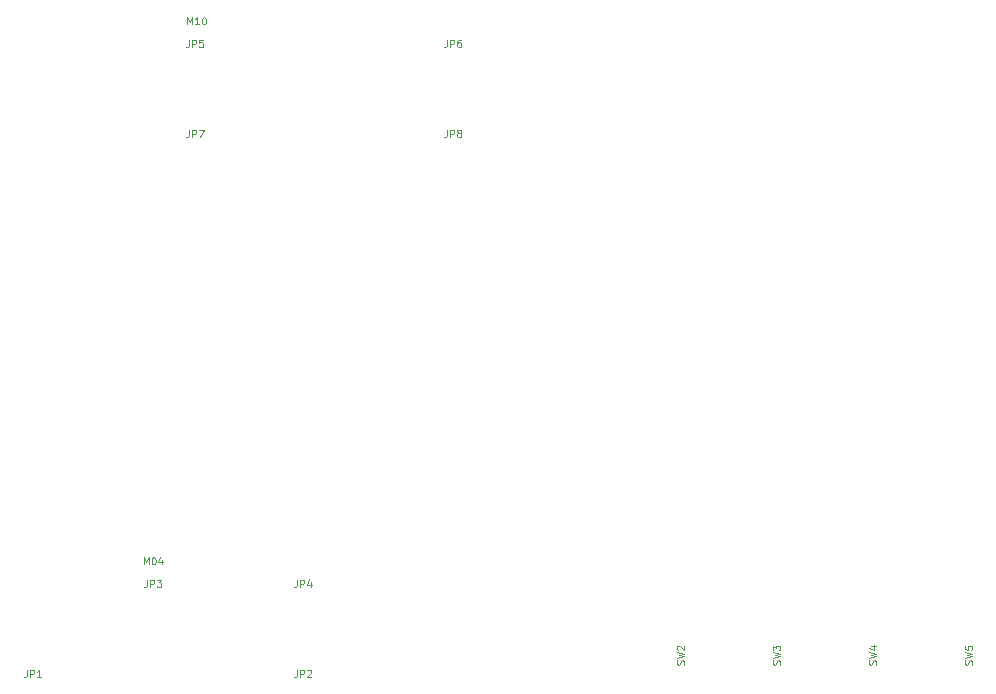
<source format=gbr>
G04 #@! TF.FileFunction,Other,ECO1*
%FSLAX46Y46*%
G04 Gerber Fmt 4.6, Leading zero omitted, Abs format (unit mm)*
G04 Created by KiCad (PCBNEW 4.0.6) date Tuesday 10. October 2017 13:08:52*
%MOMM*%
%LPD*%
G01*
G04 APERTURE LIST*
%ADD10C,0.100000*%
G04 APERTURE END LIST*
D10*
X168156000Y-73331429D02*
X168156000Y-73760000D01*
X168127428Y-73845714D01*
X168070285Y-73902857D01*
X167984571Y-73931429D01*
X167927428Y-73931429D01*
X168441714Y-73931429D02*
X168441714Y-73331429D01*
X168670286Y-73331429D01*
X168727428Y-73360000D01*
X168756000Y-73388571D01*
X168784571Y-73445714D01*
X168784571Y-73531429D01*
X168756000Y-73588571D01*
X168727428Y-73617143D01*
X168670286Y-73645714D01*
X168441714Y-73645714D01*
X169327428Y-73331429D02*
X169041714Y-73331429D01*
X169013143Y-73617143D01*
X169041714Y-73588571D01*
X169098857Y-73560000D01*
X169241714Y-73560000D01*
X169298857Y-73588571D01*
X169327428Y-73617143D01*
X169356000Y-73674286D01*
X169356000Y-73817143D01*
X169327428Y-73874286D01*
X169298857Y-73902857D01*
X169241714Y-73931429D01*
X169098857Y-73931429D01*
X169041714Y-73902857D01*
X169013143Y-73874286D01*
X168011571Y-72026429D02*
X168011571Y-71426429D01*
X168211571Y-71855000D01*
X168411571Y-71426429D01*
X168411571Y-72026429D01*
X169011571Y-72026429D02*
X168668714Y-72026429D01*
X168840142Y-72026429D02*
X168840142Y-71426429D01*
X168782999Y-71512143D01*
X168725857Y-71569286D01*
X168668714Y-71597857D01*
X169383000Y-71426429D02*
X169440143Y-71426429D01*
X169497286Y-71455000D01*
X169525857Y-71483571D01*
X169554428Y-71540714D01*
X169583000Y-71655000D01*
X169583000Y-71797857D01*
X169554428Y-71912143D01*
X169525857Y-71969286D01*
X169497286Y-71997857D01*
X169440143Y-72026429D01*
X169383000Y-72026429D01*
X169325857Y-71997857D01*
X169297286Y-71969286D01*
X169268714Y-71912143D01*
X169240143Y-71797857D01*
X169240143Y-71655000D01*
X169268714Y-71540714D01*
X169297286Y-71483571D01*
X169325857Y-71455000D01*
X169383000Y-71426429D01*
X154440000Y-126671429D02*
X154440000Y-127100000D01*
X154411428Y-127185714D01*
X154354285Y-127242857D01*
X154268571Y-127271429D01*
X154211428Y-127271429D01*
X154725714Y-127271429D02*
X154725714Y-126671429D01*
X154954286Y-126671429D01*
X155011428Y-126700000D01*
X155040000Y-126728571D01*
X155068571Y-126785714D01*
X155068571Y-126871429D01*
X155040000Y-126928571D01*
X155011428Y-126957143D01*
X154954286Y-126985714D01*
X154725714Y-126985714D01*
X155640000Y-127271429D02*
X155297143Y-127271429D01*
X155468571Y-127271429D02*
X155468571Y-126671429D01*
X155411428Y-126757143D01*
X155354286Y-126814286D01*
X155297143Y-126842857D01*
X190000000Y-73331429D02*
X190000000Y-73760000D01*
X189971428Y-73845714D01*
X189914285Y-73902857D01*
X189828571Y-73931429D01*
X189771428Y-73931429D01*
X190285714Y-73931429D02*
X190285714Y-73331429D01*
X190514286Y-73331429D01*
X190571428Y-73360000D01*
X190600000Y-73388571D01*
X190628571Y-73445714D01*
X190628571Y-73531429D01*
X190600000Y-73588571D01*
X190571428Y-73617143D01*
X190514286Y-73645714D01*
X190285714Y-73645714D01*
X191142857Y-73331429D02*
X191028571Y-73331429D01*
X190971428Y-73360000D01*
X190942857Y-73388571D01*
X190885714Y-73474286D01*
X190857143Y-73588571D01*
X190857143Y-73817143D01*
X190885714Y-73874286D01*
X190914286Y-73902857D01*
X190971428Y-73931429D01*
X191085714Y-73931429D01*
X191142857Y-73902857D01*
X191171428Y-73874286D01*
X191200000Y-73817143D01*
X191200000Y-73674286D01*
X191171428Y-73617143D01*
X191142857Y-73588571D01*
X191085714Y-73560000D01*
X190971428Y-73560000D01*
X190914286Y-73588571D01*
X190885714Y-73617143D01*
X190857143Y-73674286D01*
X168156000Y-80951429D02*
X168156000Y-81380000D01*
X168127428Y-81465714D01*
X168070285Y-81522857D01*
X167984571Y-81551429D01*
X167927428Y-81551429D01*
X168441714Y-81551429D02*
X168441714Y-80951429D01*
X168670286Y-80951429D01*
X168727428Y-80980000D01*
X168756000Y-81008571D01*
X168784571Y-81065714D01*
X168784571Y-81151429D01*
X168756000Y-81208571D01*
X168727428Y-81237143D01*
X168670286Y-81265714D01*
X168441714Y-81265714D01*
X168984571Y-80951429D02*
X169384571Y-80951429D01*
X169127428Y-81551429D01*
X190000000Y-80951429D02*
X190000000Y-81380000D01*
X189971428Y-81465714D01*
X189914285Y-81522857D01*
X189828571Y-81551429D01*
X189771428Y-81551429D01*
X190285714Y-81551429D02*
X190285714Y-80951429D01*
X190514286Y-80951429D01*
X190571428Y-80980000D01*
X190600000Y-81008571D01*
X190628571Y-81065714D01*
X190628571Y-81151429D01*
X190600000Y-81208571D01*
X190571428Y-81237143D01*
X190514286Y-81265714D01*
X190285714Y-81265714D01*
X190971428Y-81208571D02*
X190914286Y-81180000D01*
X190885714Y-81151429D01*
X190857143Y-81094286D01*
X190857143Y-81065714D01*
X190885714Y-81008571D01*
X190914286Y-80980000D01*
X190971428Y-80951429D01*
X191085714Y-80951429D01*
X191142857Y-80980000D01*
X191171428Y-81008571D01*
X191200000Y-81065714D01*
X191200000Y-81094286D01*
X191171428Y-81151429D01*
X191142857Y-81180000D01*
X191085714Y-81208571D01*
X190971428Y-81208571D01*
X190914286Y-81237143D01*
X190885714Y-81265714D01*
X190857143Y-81322857D01*
X190857143Y-81437143D01*
X190885714Y-81494286D01*
X190914286Y-81522857D01*
X190971428Y-81551429D01*
X191085714Y-81551429D01*
X191142857Y-81522857D01*
X191171428Y-81494286D01*
X191200000Y-81437143D01*
X191200000Y-81322857D01*
X191171428Y-81265714D01*
X191142857Y-81237143D01*
X191085714Y-81208571D01*
X177300000Y-126671429D02*
X177300000Y-127100000D01*
X177271428Y-127185714D01*
X177214285Y-127242857D01*
X177128571Y-127271429D01*
X177071428Y-127271429D01*
X177585714Y-127271429D02*
X177585714Y-126671429D01*
X177814286Y-126671429D01*
X177871428Y-126700000D01*
X177900000Y-126728571D01*
X177928571Y-126785714D01*
X177928571Y-126871429D01*
X177900000Y-126928571D01*
X177871428Y-126957143D01*
X177814286Y-126985714D01*
X177585714Y-126985714D01*
X178157143Y-126728571D02*
X178185714Y-126700000D01*
X178242857Y-126671429D01*
X178385714Y-126671429D01*
X178442857Y-126700000D01*
X178471428Y-126728571D01*
X178500000Y-126785714D01*
X178500000Y-126842857D01*
X178471428Y-126928571D01*
X178128571Y-127271429D01*
X178500000Y-127271429D01*
X164600000Y-119051429D02*
X164600000Y-119480000D01*
X164571428Y-119565714D01*
X164514285Y-119622857D01*
X164428571Y-119651429D01*
X164371428Y-119651429D01*
X164885714Y-119651429D02*
X164885714Y-119051429D01*
X165114286Y-119051429D01*
X165171428Y-119080000D01*
X165200000Y-119108571D01*
X165228571Y-119165714D01*
X165228571Y-119251429D01*
X165200000Y-119308571D01*
X165171428Y-119337143D01*
X165114286Y-119365714D01*
X164885714Y-119365714D01*
X165428571Y-119051429D02*
X165800000Y-119051429D01*
X165600000Y-119280000D01*
X165685714Y-119280000D01*
X165742857Y-119308571D01*
X165771428Y-119337143D01*
X165800000Y-119394286D01*
X165800000Y-119537143D01*
X165771428Y-119594286D01*
X165742857Y-119622857D01*
X165685714Y-119651429D01*
X165514286Y-119651429D01*
X165457143Y-119622857D01*
X165428571Y-119594286D01*
X164328571Y-117746429D02*
X164328571Y-117146429D01*
X164528571Y-117575000D01*
X164728571Y-117146429D01*
X164728571Y-117746429D01*
X165128571Y-117146429D02*
X165185714Y-117146429D01*
X165242857Y-117175000D01*
X165271428Y-117203571D01*
X165299999Y-117260714D01*
X165328571Y-117375000D01*
X165328571Y-117517857D01*
X165299999Y-117632143D01*
X165271428Y-117689286D01*
X165242857Y-117717857D01*
X165185714Y-117746429D01*
X165128571Y-117746429D01*
X165071428Y-117717857D01*
X165042857Y-117689286D01*
X165014285Y-117632143D01*
X164985714Y-117517857D01*
X164985714Y-117375000D01*
X165014285Y-117260714D01*
X165042857Y-117203571D01*
X165071428Y-117175000D01*
X165128571Y-117146429D01*
X165842857Y-117346429D02*
X165842857Y-117746429D01*
X165700000Y-117117857D02*
X165557143Y-117546429D01*
X165928571Y-117546429D01*
X177300000Y-119051429D02*
X177300000Y-119480000D01*
X177271428Y-119565714D01*
X177214285Y-119622857D01*
X177128571Y-119651429D01*
X177071428Y-119651429D01*
X177585714Y-119651429D02*
X177585714Y-119051429D01*
X177814286Y-119051429D01*
X177871428Y-119080000D01*
X177900000Y-119108571D01*
X177928571Y-119165714D01*
X177928571Y-119251429D01*
X177900000Y-119308571D01*
X177871428Y-119337143D01*
X177814286Y-119365714D01*
X177585714Y-119365714D01*
X178442857Y-119251429D02*
X178442857Y-119651429D01*
X178300000Y-119022857D02*
X178157143Y-119451429D01*
X178528571Y-119451429D01*
X210044857Y-126226000D02*
X210073429Y-126140286D01*
X210073429Y-125997429D01*
X210044857Y-125940286D01*
X210016286Y-125911715D01*
X209959143Y-125883143D01*
X209902000Y-125883143D01*
X209844857Y-125911715D01*
X209816286Y-125940286D01*
X209787714Y-125997429D01*
X209759143Y-126111715D01*
X209730571Y-126168857D01*
X209702000Y-126197429D01*
X209644857Y-126226000D01*
X209587714Y-126226000D01*
X209530571Y-126197429D01*
X209502000Y-126168857D01*
X209473429Y-126111715D01*
X209473429Y-125968857D01*
X209502000Y-125883143D01*
X209473429Y-125683143D02*
X210073429Y-125540286D01*
X209644857Y-125426000D01*
X210073429Y-125311714D01*
X209473429Y-125168857D01*
X209530571Y-124968857D02*
X209502000Y-124940286D01*
X209473429Y-124883143D01*
X209473429Y-124740286D01*
X209502000Y-124683143D01*
X209530571Y-124654572D01*
X209587714Y-124626000D01*
X209644857Y-124626000D01*
X209730571Y-124654572D01*
X210073429Y-124997429D01*
X210073429Y-124626000D01*
X218172857Y-126226000D02*
X218201429Y-126140286D01*
X218201429Y-125997429D01*
X218172857Y-125940286D01*
X218144286Y-125911715D01*
X218087143Y-125883143D01*
X218030000Y-125883143D01*
X217972857Y-125911715D01*
X217944286Y-125940286D01*
X217915714Y-125997429D01*
X217887143Y-126111715D01*
X217858571Y-126168857D01*
X217830000Y-126197429D01*
X217772857Y-126226000D01*
X217715714Y-126226000D01*
X217658571Y-126197429D01*
X217630000Y-126168857D01*
X217601429Y-126111715D01*
X217601429Y-125968857D01*
X217630000Y-125883143D01*
X217601429Y-125683143D02*
X218201429Y-125540286D01*
X217772857Y-125426000D01*
X218201429Y-125311714D01*
X217601429Y-125168857D01*
X217601429Y-124997429D02*
X217601429Y-124626000D01*
X217830000Y-124826000D01*
X217830000Y-124740286D01*
X217858571Y-124683143D01*
X217887143Y-124654572D01*
X217944286Y-124626000D01*
X218087143Y-124626000D01*
X218144286Y-124654572D01*
X218172857Y-124683143D01*
X218201429Y-124740286D01*
X218201429Y-124911714D01*
X218172857Y-124968857D01*
X218144286Y-124997429D01*
X226300857Y-126226000D02*
X226329429Y-126140286D01*
X226329429Y-125997429D01*
X226300857Y-125940286D01*
X226272286Y-125911715D01*
X226215143Y-125883143D01*
X226158000Y-125883143D01*
X226100857Y-125911715D01*
X226072286Y-125940286D01*
X226043714Y-125997429D01*
X226015143Y-126111715D01*
X225986571Y-126168857D01*
X225958000Y-126197429D01*
X225900857Y-126226000D01*
X225843714Y-126226000D01*
X225786571Y-126197429D01*
X225758000Y-126168857D01*
X225729429Y-126111715D01*
X225729429Y-125968857D01*
X225758000Y-125883143D01*
X225729429Y-125683143D02*
X226329429Y-125540286D01*
X225900857Y-125426000D01*
X226329429Y-125311714D01*
X225729429Y-125168857D01*
X225929429Y-124683143D02*
X226329429Y-124683143D01*
X225700857Y-124826000D02*
X226129429Y-124968857D01*
X226129429Y-124597429D01*
X234428857Y-126226000D02*
X234457429Y-126140286D01*
X234457429Y-125997429D01*
X234428857Y-125940286D01*
X234400286Y-125911715D01*
X234343143Y-125883143D01*
X234286000Y-125883143D01*
X234228857Y-125911715D01*
X234200286Y-125940286D01*
X234171714Y-125997429D01*
X234143143Y-126111715D01*
X234114571Y-126168857D01*
X234086000Y-126197429D01*
X234028857Y-126226000D01*
X233971714Y-126226000D01*
X233914571Y-126197429D01*
X233886000Y-126168857D01*
X233857429Y-126111715D01*
X233857429Y-125968857D01*
X233886000Y-125883143D01*
X233857429Y-125683143D02*
X234457429Y-125540286D01*
X234028857Y-125426000D01*
X234457429Y-125311714D01*
X233857429Y-125168857D01*
X233857429Y-124654572D02*
X233857429Y-124940286D01*
X234143143Y-124968857D01*
X234114571Y-124940286D01*
X234086000Y-124883143D01*
X234086000Y-124740286D01*
X234114571Y-124683143D01*
X234143143Y-124654572D01*
X234200286Y-124626000D01*
X234343143Y-124626000D01*
X234400286Y-124654572D01*
X234428857Y-124683143D01*
X234457429Y-124740286D01*
X234457429Y-124883143D01*
X234428857Y-124940286D01*
X234400286Y-124968857D01*
M02*

</source>
